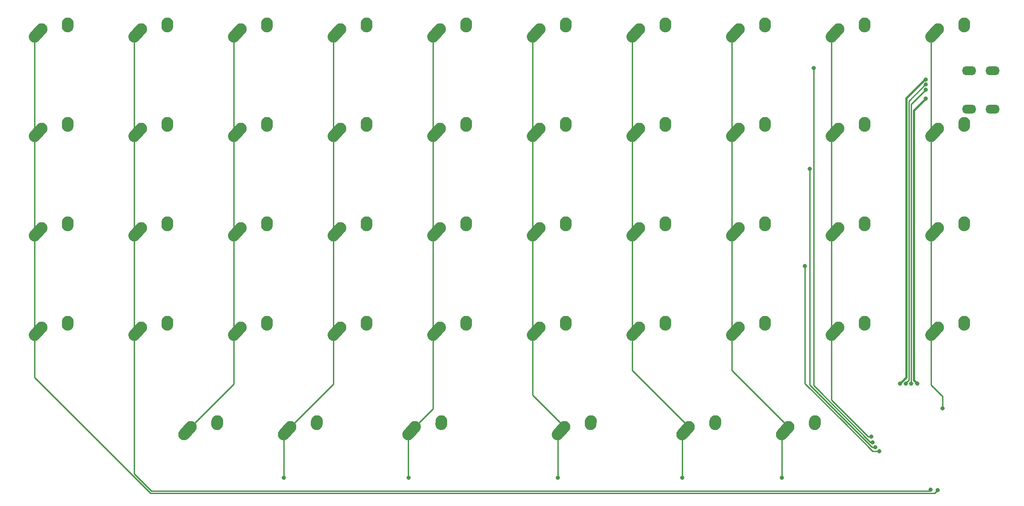
<source format=gtl>
%TF.GenerationSoftware,KiCad,Pcbnew,(5.1.12)-1*%
%TF.CreationDate,2021-12-29T23:43:14-05:00*%
%TF.ProjectId,my-keeb,6d792d6b-6565-4622-9e6b-696361645f70,rev?*%
%TF.SameCoordinates,Original*%
%TF.FileFunction,Copper,L1,Top*%
%TF.FilePolarity,Positive*%
%FSLAX46Y46*%
G04 Gerber Fmt 4.6, Leading zero omitted, Abs format (unit mm)*
G04 Created by KiCad (PCBNEW (5.1.12)-1) date 2021-12-29 23:43:14*
%MOMM*%
%LPD*%
G01*
G04 APERTURE LIST*
%TA.AperFunction,ComponentPad*%
%ADD10O,2.700000X1.700000*%
%TD*%
%TA.AperFunction,ComponentPad*%
%ADD11C,2.250000*%
%TD*%
%TA.AperFunction,ViaPad*%
%ADD12C,0.800000*%
%TD*%
%TA.AperFunction,Conductor*%
%ADD13C,0.381000*%
%TD*%
%TA.AperFunction,Conductor*%
%ADD14C,0.254000*%
%TD*%
G04 APERTURE END LIST*
D10*
%TO.P,USB1,6*%
%TO.N,Net-(USB1-Pad6)*%
X201604000Y-26228000D03*
X201604000Y-33528000D03*
X197104000Y-33528000D03*
X197104000Y-26228000D03*
%TD*%
D11*
%TO.P,MX46,1*%
%TO.N,COL9*%
X191175000Y-75375000D03*
%TA.AperFunction,ComponentPad*%
G36*
G01*
X189113688Y-77672350D02*
X189113683Y-77672345D01*
G75*
G02*
X189027655Y-76083683I751317J837345D01*
G01*
X190337657Y-74623683D01*
G75*
G02*
X191926319Y-74537655I837345J-751317D01*
G01*
X191926319Y-74537655D01*
G75*
G02*
X192012347Y-76126317I-751317J-837345D01*
G01*
X190702345Y-77586317D01*
G75*
G02*
X189113683Y-77672345I-837345J751317D01*
G01*
G37*
%TD.AperFunction*%
%TO.P,MX46,2*%
%TO.N,Net-(D46-Pad2)*%
X196215000Y-74295000D03*
%TA.AperFunction,ComponentPad*%
G36*
G01*
X196098483Y-75997395D02*
X196097597Y-75997334D01*
G75*
G02*
X195052666Y-74797597I77403J1122334D01*
G01*
X195092666Y-74217597D01*
G75*
G02*
X196292403Y-73172666I1122334J-77403D01*
G01*
X196292403Y-73172666D01*
G75*
G02*
X197337334Y-74372403I-77403J-1122334D01*
G01*
X197297334Y-74952403D01*
G75*
G02*
X196097597Y-75997334I-1122334J77403D01*
G01*
G37*
%TD.AperFunction*%
%TD*%
%TO.P,MX45,1*%
%TO.N,COL9*%
X191175000Y-56325000D03*
%TA.AperFunction,ComponentPad*%
G36*
G01*
X189113688Y-58622350D02*
X189113683Y-58622345D01*
G75*
G02*
X189027655Y-57033683I751317J837345D01*
G01*
X190337657Y-55573683D01*
G75*
G02*
X191926319Y-55487655I837345J-751317D01*
G01*
X191926319Y-55487655D01*
G75*
G02*
X192012347Y-57076317I-751317J-837345D01*
G01*
X190702345Y-58536317D01*
G75*
G02*
X189113683Y-58622345I-837345J751317D01*
G01*
G37*
%TD.AperFunction*%
%TO.P,MX45,2*%
%TO.N,Net-(D45-Pad2)*%
X196215000Y-55245000D03*
%TA.AperFunction,ComponentPad*%
G36*
G01*
X196098483Y-56947395D02*
X196097597Y-56947334D01*
G75*
G02*
X195052666Y-55747597I77403J1122334D01*
G01*
X195092666Y-55167597D01*
G75*
G02*
X196292403Y-54122666I1122334J-77403D01*
G01*
X196292403Y-54122666D01*
G75*
G02*
X197337334Y-55322403I-77403J-1122334D01*
G01*
X197297334Y-55902403D01*
G75*
G02*
X196097597Y-56947334I-1122334J77403D01*
G01*
G37*
%TD.AperFunction*%
%TD*%
%TO.P,MX44,1*%
%TO.N,COL9*%
X191175000Y-37275000D03*
%TA.AperFunction,ComponentPad*%
G36*
G01*
X189113688Y-39572350D02*
X189113683Y-39572345D01*
G75*
G02*
X189027655Y-37983683I751317J837345D01*
G01*
X190337657Y-36523683D01*
G75*
G02*
X191926319Y-36437655I837345J-751317D01*
G01*
X191926319Y-36437655D01*
G75*
G02*
X192012347Y-38026317I-751317J-837345D01*
G01*
X190702345Y-39486317D01*
G75*
G02*
X189113683Y-39572345I-837345J751317D01*
G01*
G37*
%TD.AperFunction*%
%TO.P,MX44,2*%
%TO.N,Net-(D44-Pad2)*%
X196215000Y-36195000D03*
%TA.AperFunction,ComponentPad*%
G36*
G01*
X196098483Y-37897395D02*
X196097597Y-37897334D01*
G75*
G02*
X195052666Y-36697597I77403J1122334D01*
G01*
X195092666Y-36117597D01*
G75*
G02*
X196292403Y-35072666I1122334J-77403D01*
G01*
X196292403Y-35072666D01*
G75*
G02*
X197337334Y-36272403I-77403J-1122334D01*
G01*
X197297334Y-36852403D01*
G75*
G02*
X196097597Y-37897334I-1122334J77403D01*
G01*
G37*
%TD.AperFunction*%
%TD*%
%TO.P,MX43,1*%
%TO.N,COL9*%
X191175000Y-18225000D03*
%TA.AperFunction,ComponentPad*%
G36*
G01*
X189113688Y-20522350D02*
X189113683Y-20522345D01*
G75*
G02*
X189027655Y-18933683I751317J837345D01*
G01*
X190337657Y-17473683D01*
G75*
G02*
X191926319Y-17387655I837345J-751317D01*
G01*
X191926319Y-17387655D01*
G75*
G02*
X192012347Y-18976317I-751317J-837345D01*
G01*
X190702345Y-20436317D01*
G75*
G02*
X189113683Y-20522345I-837345J751317D01*
G01*
G37*
%TD.AperFunction*%
%TO.P,MX43,2*%
%TO.N,Net-(D43-Pad2)*%
X196215000Y-17145000D03*
%TA.AperFunction,ComponentPad*%
G36*
G01*
X196098483Y-18847395D02*
X196097597Y-18847334D01*
G75*
G02*
X195052666Y-17647597I77403J1122334D01*
G01*
X195092666Y-17067597D01*
G75*
G02*
X196292403Y-16022666I1122334J-77403D01*
G01*
X196292403Y-16022666D01*
G75*
G02*
X197337334Y-17222403I-77403J-1122334D01*
G01*
X197297334Y-17802403D01*
G75*
G02*
X196097597Y-18847334I-1122334J77403D01*
G01*
G37*
%TD.AperFunction*%
%TD*%
%TO.P,MX42,1*%
%TO.N,COL8*%
X172125000Y-75375000D03*
%TA.AperFunction,ComponentPad*%
G36*
G01*
X170063688Y-77672350D02*
X170063683Y-77672345D01*
G75*
G02*
X169977655Y-76083683I751317J837345D01*
G01*
X171287657Y-74623683D01*
G75*
G02*
X172876319Y-74537655I837345J-751317D01*
G01*
X172876319Y-74537655D01*
G75*
G02*
X172962347Y-76126317I-751317J-837345D01*
G01*
X171652345Y-77586317D01*
G75*
G02*
X170063683Y-77672345I-837345J751317D01*
G01*
G37*
%TD.AperFunction*%
%TO.P,MX42,2*%
%TO.N,Net-(D42-Pad2)*%
X177165000Y-74295000D03*
%TA.AperFunction,ComponentPad*%
G36*
G01*
X177048483Y-75997395D02*
X177047597Y-75997334D01*
G75*
G02*
X176002666Y-74797597I77403J1122334D01*
G01*
X176042666Y-74217597D01*
G75*
G02*
X177242403Y-73172666I1122334J-77403D01*
G01*
X177242403Y-73172666D01*
G75*
G02*
X178287334Y-74372403I-77403J-1122334D01*
G01*
X178247334Y-74952403D01*
G75*
G02*
X177047597Y-75997334I-1122334J77403D01*
G01*
G37*
%TD.AperFunction*%
%TD*%
%TO.P,MX41,1*%
%TO.N,COL8*%
X172125000Y-56325000D03*
%TA.AperFunction,ComponentPad*%
G36*
G01*
X170063688Y-58622350D02*
X170063683Y-58622345D01*
G75*
G02*
X169977655Y-57033683I751317J837345D01*
G01*
X171287657Y-55573683D01*
G75*
G02*
X172876319Y-55487655I837345J-751317D01*
G01*
X172876319Y-55487655D01*
G75*
G02*
X172962347Y-57076317I-751317J-837345D01*
G01*
X171652345Y-58536317D01*
G75*
G02*
X170063683Y-58622345I-837345J751317D01*
G01*
G37*
%TD.AperFunction*%
%TO.P,MX41,2*%
%TO.N,Net-(D41-Pad2)*%
X177165000Y-55245000D03*
%TA.AperFunction,ComponentPad*%
G36*
G01*
X177048483Y-56947395D02*
X177047597Y-56947334D01*
G75*
G02*
X176002666Y-55747597I77403J1122334D01*
G01*
X176042666Y-55167597D01*
G75*
G02*
X177242403Y-54122666I1122334J-77403D01*
G01*
X177242403Y-54122666D01*
G75*
G02*
X178287334Y-55322403I-77403J-1122334D01*
G01*
X178247334Y-55902403D01*
G75*
G02*
X177047597Y-56947334I-1122334J77403D01*
G01*
G37*
%TD.AperFunction*%
%TD*%
%TO.P,MX40,1*%
%TO.N,COL8*%
X172125000Y-37275000D03*
%TA.AperFunction,ComponentPad*%
G36*
G01*
X170063688Y-39572350D02*
X170063683Y-39572345D01*
G75*
G02*
X169977655Y-37983683I751317J837345D01*
G01*
X171287657Y-36523683D01*
G75*
G02*
X172876319Y-36437655I837345J-751317D01*
G01*
X172876319Y-36437655D01*
G75*
G02*
X172962347Y-38026317I-751317J-837345D01*
G01*
X171652345Y-39486317D01*
G75*
G02*
X170063683Y-39572345I-837345J751317D01*
G01*
G37*
%TD.AperFunction*%
%TO.P,MX40,2*%
%TO.N,Net-(D40-Pad2)*%
X177165000Y-36195000D03*
%TA.AperFunction,ComponentPad*%
G36*
G01*
X177048483Y-37897395D02*
X177047597Y-37897334D01*
G75*
G02*
X176002666Y-36697597I77403J1122334D01*
G01*
X176042666Y-36117597D01*
G75*
G02*
X177242403Y-35072666I1122334J-77403D01*
G01*
X177242403Y-35072666D01*
G75*
G02*
X178287334Y-36272403I-77403J-1122334D01*
G01*
X178247334Y-36852403D01*
G75*
G02*
X177047597Y-37897334I-1122334J77403D01*
G01*
G37*
%TD.AperFunction*%
%TD*%
%TO.P,MX39,1*%
%TO.N,COL8*%
X172125000Y-18225000D03*
%TA.AperFunction,ComponentPad*%
G36*
G01*
X170063688Y-20522350D02*
X170063683Y-20522345D01*
G75*
G02*
X169977655Y-18933683I751317J837345D01*
G01*
X171287657Y-17473683D01*
G75*
G02*
X172876319Y-17387655I837345J-751317D01*
G01*
X172876319Y-17387655D01*
G75*
G02*
X172962347Y-18976317I-751317J-837345D01*
G01*
X171652345Y-20436317D01*
G75*
G02*
X170063683Y-20522345I-837345J751317D01*
G01*
G37*
%TD.AperFunction*%
%TO.P,MX39,2*%
%TO.N,Net-(D39-Pad2)*%
X177165000Y-17145000D03*
%TA.AperFunction,ComponentPad*%
G36*
G01*
X177048483Y-18847395D02*
X177047597Y-18847334D01*
G75*
G02*
X176002666Y-17647597I77403J1122334D01*
G01*
X176042666Y-17067597D01*
G75*
G02*
X177242403Y-16022666I1122334J-77403D01*
G01*
X177242403Y-16022666D01*
G75*
G02*
X178287334Y-17222403I-77403J-1122334D01*
G01*
X178247334Y-17802403D01*
G75*
G02*
X177047597Y-18847334I-1122334J77403D01*
G01*
G37*
%TD.AperFunction*%
%TD*%
%TO.P,MX38,1*%
%TO.N,COL7*%
X162600000Y-94425000D03*
%TA.AperFunction,ComponentPad*%
G36*
G01*
X160538688Y-96722350D02*
X160538683Y-96722345D01*
G75*
G02*
X160452655Y-95133683I751317J837345D01*
G01*
X161762657Y-93673683D01*
G75*
G02*
X163351319Y-93587655I837345J-751317D01*
G01*
X163351319Y-93587655D01*
G75*
G02*
X163437347Y-95176317I-751317J-837345D01*
G01*
X162127345Y-96636317D01*
G75*
G02*
X160538683Y-96722345I-837345J751317D01*
G01*
G37*
%TD.AperFunction*%
%TO.P,MX38,2*%
%TO.N,Net-(D38-Pad2)*%
X167640000Y-93345000D03*
%TA.AperFunction,ComponentPad*%
G36*
G01*
X167523483Y-95047395D02*
X167522597Y-95047334D01*
G75*
G02*
X166477666Y-93847597I77403J1122334D01*
G01*
X166517666Y-93267597D01*
G75*
G02*
X167717403Y-92222666I1122334J-77403D01*
G01*
X167717403Y-92222666D01*
G75*
G02*
X168762334Y-93422403I-77403J-1122334D01*
G01*
X168722334Y-94002403D01*
G75*
G02*
X167522597Y-95047334I-1122334J77403D01*
G01*
G37*
%TD.AperFunction*%
%TD*%
%TO.P,MX37,1*%
%TO.N,COL7*%
X153075000Y-75375000D03*
%TA.AperFunction,ComponentPad*%
G36*
G01*
X151013688Y-77672350D02*
X151013683Y-77672345D01*
G75*
G02*
X150927655Y-76083683I751317J837345D01*
G01*
X152237657Y-74623683D01*
G75*
G02*
X153826319Y-74537655I837345J-751317D01*
G01*
X153826319Y-74537655D01*
G75*
G02*
X153912347Y-76126317I-751317J-837345D01*
G01*
X152602345Y-77586317D01*
G75*
G02*
X151013683Y-77672345I-837345J751317D01*
G01*
G37*
%TD.AperFunction*%
%TO.P,MX37,2*%
%TO.N,Net-(D37-Pad2)*%
X158115000Y-74295000D03*
%TA.AperFunction,ComponentPad*%
G36*
G01*
X157998483Y-75997395D02*
X157997597Y-75997334D01*
G75*
G02*
X156952666Y-74797597I77403J1122334D01*
G01*
X156992666Y-74217597D01*
G75*
G02*
X158192403Y-73172666I1122334J-77403D01*
G01*
X158192403Y-73172666D01*
G75*
G02*
X159237334Y-74372403I-77403J-1122334D01*
G01*
X159197334Y-74952403D01*
G75*
G02*
X157997597Y-75997334I-1122334J77403D01*
G01*
G37*
%TD.AperFunction*%
%TD*%
%TO.P,MX36,1*%
%TO.N,COL7*%
X153075000Y-56325000D03*
%TA.AperFunction,ComponentPad*%
G36*
G01*
X151013688Y-58622350D02*
X151013683Y-58622345D01*
G75*
G02*
X150927655Y-57033683I751317J837345D01*
G01*
X152237657Y-55573683D01*
G75*
G02*
X153826319Y-55487655I837345J-751317D01*
G01*
X153826319Y-55487655D01*
G75*
G02*
X153912347Y-57076317I-751317J-837345D01*
G01*
X152602345Y-58536317D01*
G75*
G02*
X151013683Y-58622345I-837345J751317D01*
G01*
G37*
%TD.AperFunction*%
%TO.P,MX36,2*%
%TO.N,Net-(D36-Pad2)*%
X158115000Y-55245000D03*
%TA.AperFunction,ComponentPad*%
G36*
G01*
X157998483Y-56947395D02*
X157997597Y-56947334D01*
G75*
G02*
X156952666Y-55747597I77403J1122334D01*
G01*
X156992666Y-55167597D01*
G75*
G02*
X158192403Y-54122666I1122334J-77403D01*
G01*
X158192403Y-54122666D01*
G75*
G02*
X159237334Y-55322403I-77403J-1122334D01*
G01*
X159197334Y-55902403D01*
G75*
G02*
X157997597Y-56947334I-1122334J77403D01*
G01*
G37*
%TD.AperFunction*%
%TD*%
%TO.P,MX35,1*%
%TO.N,COL7*%
X153075000Y-37275000D03*
%TA.AperFunction,ComponentPad*%
G36*
G01*
X151013688Y-39572350D02*
X151013683Y-39572345D01*
G75*
G02*
X150927655Y-37983683I751317J837345D01*
G01*
X152237657Y-36523683D01*
G75*
G02*
X153826319Y-36437655I837345J-751317D01*
G01*
X153826319Y-36437655D01*
G75*
G02*
X153912347Y-38026317I-751317J-837345D01*
G01*
X152602345Y-39486317D01*
G75*
G02*
X151013683Y-39572345I-837345J751317D01*
G01*
G37*
%TD.AperFunction*%
%TO.P,MX35,2*%
%TO.N,Net-(D35-Pad2)*%
X158115000Y-36195000D03*
%TA.AperFunction,ComponentPad*%
G36*
G01*
X157998483Y-37897395D02*
X157997597Y-37897334D01*
G75*
G02*
X156952666Y-36697597I77403J1122334D01*
G01*
X156992666Y-36117597D01*
G75*
G02*
X158192403Y-35072666I1122334J-77403D01*
G01*
X158192403Y-35072666D01*
G75*
G02*
X159237334Y-36272403I-77403J-1122334D01*
G01*
X159197334Y-36852403D01*
G75*
G02*
X157997597Y-37897334I-1122334J77403D01*
G01*
G37*
%TD.AperFunction*%
%TD*%
%TO.P,MX34,1*%
%TO.N,COL7*%
X153075000Y-18225000D03*
%TA.AperFunction,ComponentPad*%
G36*
G01*
X151013688Y-20522350D02*
X151013683Y-20522345D01*
G75*
G02*
X150927655Y-18933683I751317J837345D01*
G01*
X152237657Y-17473683D01*
G75*
G02*
X153826319Y-17387655I837345J-751317D01*
G01*
X153826319Y-17387655D01*
G75*
G02*
X153912347Y-18976317I-751317J-837345D01*
G01*
X152602345Y-20436317D01*
G75*
G02*
X151013683Y-20522345I-837345J751317D01*
G01*
G37*
%TD.AperFunction*%
%TO.P,MX34,2*%
%TO.N,Net-(D34-Pad2)*%
X158115000Y-17145000D03*
%TA.AperFunction,ComponentPad*%
G36*
G01*
X157998483Y-18847395D02*
X157997597Y-18847334D01*
G75*
G02*
X156952666Y-17647597I77403J1122334D01*
G01*
X156992666Y-17067597D01*
G75*
G02*
X158192403Y-16022666I1122334J-77403D01*
G01*
X158192403Y-16022666D01*
G75*
G02*
X159237334Y-17222403I-77403J-1122334D01*
G01*
X159197334Y-17802403D01*
G75*
G02*
X157997597Y-18847334I-1122334J77403D01*
G01*
G37*
%TD.AperFunction*%
%TD*%
%TO.P,MX33,1*%
%TO.N,COL6*%
X143550000Y-94425000D03*
%TA.AperFunction,ComponentPad*%
G36*
G01*
X141488688Y-96722350D02*
X141488683Y-96722345D01*
G75*
G02*
X141402655Y-95133683I751317J837345D01*
G01*
X142712657Y-93673683D01*
G75*
G02*
X144301319Y-93587655I837345J-751317D01*
G01*
X144301319Y-93587655D01*
G75*
G02*
X144387347Y-95176317I-751317J-837345D01*
G01*
X143077345Y-96636317D01*
G75*
G02*
X141488683Y-96722345I-837345J751317D01*
G01*
G37*
%TD.AperFunction*%
%TO.P,MX33,2*%
%TO.N,Net-(D33-Pad2)*%
X148590000Y-93345000D03*
%TA.AperFunction,ComponentPad*%
G36*
G01*
X148473483Y-95047395D02*
X148472597Y-95047334D01*
G75*
G02*
X147427666Y-93847597I77403J1122334D01*
G01*
X147467666Y-93267597D01*
G75*
G02*
X148667403Y-92222666I1122334J-77403D01*
G01*
X148667403Y-92222666D01*
G75*
G02*
X149712334Y-93422403I-77403J-1122334D01*
G01*
X149672334Y-94002403D01*
G75*
G02*
X148472597Y-95047334I-1122334J77403D01*
G01*
G37*
%TD.AperFunction*%
%TD*%
%TO.P,MX32,1*%
%TO.N,COL6*%
X134025000Y-75375000D03*
%TA.AperFunction,ComponentPad*%
G36*
G01*
X131963688Y-77672350D02*
X131963683Y-77672345D01*
G75*
G02*
X131877655Y-76083683I751317J837345D01*
G01*
X133187657Y-74623683D01*
G75*
G02*
X134776319Y-74537655I837345J-751317D01*
G01*
X134776319Y-74537655D01*
G75*
G02*
X134862347Y-76126317I-751317J-837345D01*
G01*
X133552345Y-77586317D01*
G75*
G02*
X131963683Y-77672345I-837345J751317D01*
G01*
G37*
%TD.AperFunction*%
%TO.P,MX32,2*%
%TO.N,Net-(D32-Pad2)*%
X139065000Y-74295000D03*
%TA.AperFunction,ComponentPad*%
G36*
G01*
X138948483Y-75997395D02*
X138947597Y-75997334D01*
G75*
G02*
X137902666Y-74797597I77403J1122334D01*
G01*
X137942666Y-74217597D01*
G75*
G02*
X139142403Y-73172666I1122334J-77403D01*
G01*
X139142403Y-73172666D01*
G75*
G02*
X140187334Y-74372403I-77403J-1122334D01*
G01*
X140147334Y-74952403D01*
G75*
G02*
X138947597Y-75997334I-1122334J77403D01*
G01*
G37*
%TD.AperFunction*%
%TD*%
%TO.P,MX31,1*%
%TO.N,COL6*%
X134025000Y-56325000D03*
%TA.AperFunction,ComponentPad*%
G36*
G01*
X131963688Y-58622350D02*
X131963683Y-58622345D01*
G75*
G02*
X131877655Y-57033683I751317J837345D01*
G01*
X133187657Y-55573683D01*
G75*
G02*
X134776319Y-55487655I837345J-751317D01*
G01*
X134776319Y-55487655D01*
G75*
G02*
X134862347Y-57076317I-751317J-837345D01*
G01*
X133552345Y-58536317D01*
G75*
G02*
X131963683Y-58622345I-837345J751317D01*
G01*
G37*
%TD.AperFunction*%
%TO.P,MX31,2*%
%TO.N,Net-(D31-Pad2)*%
X139065000Y-55245000D03*
%TA.AperFunction,ComponentPad*%
G36*
G01*
X138948483Y-56947395D02*
X138947597Y-56947334D01*
G75*
G02*
X137902666Y-55747597I77403J1122334D01*
G01*
X137942666Y-55167597D01*
G75*
G02*
X139142403Y-54122666I1122334J-77403D01*
G01*
X139142403Y-54122666D01*
G75*
G02*
X140187334Y-55322403I-77403J-1122334D01*
G01*
X140147334Y-55902403D01*
G75*
G02*
X138947597Y-56947334I-1122334J77403D01*
G01*
G37*
%TD.AperFunction*%
%TD*%
%TO.P,MX30,1*%
%TO.N,COL6*%
X134025000Y-37275000D03*
%TA.AperFunction,ComponentPad*%
G36*
G01*
X131963688Y-39572350D02*
X131963683Y-39572345D01*
G75*
G02*
X131877655Y-37983683I751317J837345D01*
G01*
X133187657Y-36523683D01*
G75*
G02*
X134776319Y-36437655I837345J-751317D01*
G01*
X134776319Y-36437655D01*
G75*
G02*
X134862347Y-38026317I-751317J-837345D01*
G01*
X133552345Y-39486317D01*
G75*
G02*
X131963683Y-39572345I-837345J751317D01*
G01*
G37*
%TD.AperFunction*%
%TO.P,MX30,2*%
%TO.N,Net-(D30-Pad2)*%
X139065000Y-36195000D03*
%TA.AperFunction,ComponentPad*%
G36*
G01*
X138948483Y-37897395D02*
X138947597Y-37897334D01*
G75*
G02*
X137902666Y-36697597I77403J1122334D01*
G01*
X137942666Y-36117597D01*
G75*
G02*
X139142403Y-35072666I1122334J-77403D01*
G01*
X139142403Y-35072666D01*
G75*
G02*
X140187334Y-36272403I-77403J-1122334D01*
G01*
X140147334Y-36852403D01*
G75*
G02*
X138947597Y-37897334I-1122334J77403D01*
G01*
G37*
%TD.AperFunction*%
%TD*%
%TO.P,MX29,1*%
%TO.N,COL6*%
X134025000Y-18225000D03*
%TA.AperFunction,ComponentPad*%
G36*
G01*
X131963688Y-20522350D02*
X131963683Y-20522345D01*
G75*
G02*
X131877655Y-18933683I751317J837345D01*
G01*
X133187657Y-17473683D01*
G75*
G02*
X134776319Y-17387655I837345J-751317D01*
G01*
X134776319Y-17387655D01*
G75*
G02*
X134862347Y-18976317I-751317J-837345D01*
G01*
X133552345Y-20436317D01*
G75*
G02*
X131963683Y-20522345I-837345J751317D01*
G01*
G37*
%TD.AperFunction*%
%TO.P,MX29,2*%
%TO.N,Net-(D29-Pad2)*%
X139065000Y-17145000D03*
%TA.AperFunction,ComponentPad*%
G36*
G01*
X138948483Y-18847395D02*
X138947597Y-18847334D01*
G75*
G02*
X137902666Y-17647597I77403J1122334D01*
G01*
X137942666Y-17067597D01*
G75*
G02*
X139142403Y-16022666I1122334J-77403D01*
G01*
X139142403Y-16022666D01*
G75*
G02*
X140187334Y-17222403I-77403J-1122334D01*
G01*
X140147334Y-17802403D01*
G75*
G02*
X138947597Y-18847334I-1122334J77403D01*
G01*
G37*
%TD.AperFunction*%
%TD*%
%TO.P,MX28,1*%
%TO.N,COL5*%
X119737500Y-94425000D03*
%TA.AperFunction,ComponentPad*%
G36*
G01*
X117676188Y-96722350D02*
X117676183Y-96722345D01*
G75*
G02*
X117590155Y-95133683I751317J837345D01*
G01*
X118900157Y-93673683D01*
G75*
G02*
X120488819Y-93587655I837345J-751317D01*
G01*
X120488819Y-93587655D01*
G75*
G02*
X120574847Y-95176317I-751317J-837345D01*
G01*
X119264845Y-96636317D01*
G75*
G02*
X117676183Y-96722345I-837345J751317D01*
G01*
G37*
%TD.AperFunction*%
%TO.P,MX28,2*%
%TO.N,Net-(D28-Pad2)*%
X124777500Y-93345000D03*
%TA.AperFunction,ComponentPad*%
G36*
G01*
X124660983Y-95047395D02*
X124660097Y-95047334D01*
G75*
G02*
X123615166Y-93847597I77403J1122334D01*
G01*
X123655166Y-93267597D01*
G75*
G02*
X124854903Y-92222666I1122334J-77403D01*
G01*
X124854903Y-92222666D01*
G75*
G02*
X125899834Y-93422403I-77403J-1122334D01*
G01*
X125859834Y-94002403D01*
G75*
G02*
X124660097Y-95047334I-1122334J77403D01*
G01*
G37*
%TD.AperFunction*%
%TD*%
%TO.P,MX27,1*%
%TO.N,COL5*%
X114975000Y-75375000D03*
%TA.AperFunction,ComponentPad*%
G36*
G01*
X112913688Y-77672350D02*
X112913683Y-77672345D01*
G75*
G02*
X112827655Y-76083683I751317J837345D01*
G01*
X114137657Y-74623683D01*
G75*
G02*
X115726319Y-74537655I837345J-751317D01*
G01*
X115726319Y-74537655D01*
G75*
G02*
X115812347Y-76126317I-751317J-837345D01*
G01*
X114502345Y-77586317D01*
G75*
G02*
X112913683Y-77672345I-837345J751317D01*
G01*
G37*
%TD.AperFunction*%
%TO.P,MX27,2*%
%TO.N,Net-(D27-Pad2)*%
X120015000Y-74295000D03*
%TA.AperFunction,ComponentPad*%
G36*
G01*
X119898483Y-75997395D02*
X119897597Y-75997334D01*
G75*
G02*
X118852666Y-74797597I77403J1122334D01*
G01*
X118892666Y-74217597D01*
G75*
G02*
X120092403Y-73172666I1122334J-77403D01*
G01*
X120092403Y-73172666D01*
G75*
G02*
X121137334Y-74372403I-77403J-1122334D01*
G01*
X121097334Y-74952403D01*
G75*
G02*
X119897597Y-75997334I-1122334J77403D01*
G01*
G37*
%TD.AperFunction*%
%TD*%
%TO.P,MX26,1*%
%TO.N,COL5*%
X114975000Y-56325000D03*
%TA.AperFunction,ComponentPad*%
G36*
G01*
X112913688Y-58622350D02*
X112913683Y-58622345D01*
G75*
G02*
X112827655Y-57033683I751317J837345D01*
G01*
X114137657Y-55573683D01*
G75*
G02*
X115726319Y-55487655I837345J-751317D01*
G01*
X115726319Y-55487655D01*
G75*
G02*
X115812347Y-57076317I-751317J-837345D01*
G01*
X114502345Y-58536317D01*
G75*
G02*
X112913683Y-58622345I-837345J751317D01*
G01*
G37*
%TD.AperFunction*%
%TO.P,MX26,2*%
%TO.N,Net-(D26-Pad2)*%
X120015000Y-55245000D03*
%TA.AperFunction,ComponentPad*%
G36*
G01*
X119898483Y-56947395D02*
X119897597Y-56947334D01*
G75*
G02*
X118852666Y-55747597I77403J1122334D01*
G01*
X118892666Y-55167597D01*
G75*
G02*
X120092403Y-54122666I1122334J-77403D01*
G01*
X120092403Y-54122666D01*
G75*
G02*
X121137334Y-55322403I-77403J-1122334D01*
G01*
X121097334Y-55902403D01*
G75*
G02*
X119897597Y-56947334I-1122334J77403D01*
G01*
G37*
%TD.AperFunction*%
%TD*%
%TO.P,MX25,1*%
%TO.N,COL5*%
X114975000Y-37275000D03*
%TA.AperFunction,ComponentPad*%
G36*
G01*
X112913688Y-39572350D02*
X112913683Y-39572345D01*
G75*
G02*
X112827655Y-37983683I751317J837345D01*
G01*
X114137657Y-36523683D01*
G75*
G02*
X115726319Y-36437655I837345J-751317D01*
G01*
X115726319Y-36437655D01*
G75*
G02*
X115812347Y-38026317I-751317J-837345D01*
G01*
X114502345Y-39486317D01*
G75*
G02*
X112913683Y-39572345I-837345J751317D01*
G01*
G37*
%TD.AperFunction*%
%TO.P,MX25,2*%
%TO.N,Net-(D25-Pad2)*%
X120015000Y-36195000D03*
%TA.AperFunction,ComponentPad*%
G36*
G01*
X119898483Y-37897395D02*
X119897597Y-37897334D01*
G75*
G02*
X118852666Y-36697597I77403J1122334D01*
G01*
X118892666Y-36117597D01*
G75*
G02*
X120092403Y-35072666I1122334J-77403D01*
G01*
X120092403Y-35072666D01*
G75*
G02*
X121137334Y-36272403I-77403J-1122334D01*
G01*
X121097334Y-36852403D01*
G75*
G02*
X119897597Y-37897334I-1122334J77403D01*
G01*
G37*
%TD.AperFunction*%
%TD*%
%TO.P,MX24,1*%
%TO.N,COL5*%
X114975000Y-18225000D03*
%TA.AperFunction,ComponentPad*%
G36*
G01*
X112913688Y-20522350D02*
X112913683Y-20522345D01*
G75*
G02*
X112827655Y-18933683I751317J837345D01*
G01*
X114137657Y-17473683D01*
G75*
G02*
X115726319Y-17387655I837345J-751317D01*
G01*
X115726319Y-17387655D01*
G75*
G02*
X115812347Y-18976317I-751317J-837345D01*
G01*
X114502345Y-20436317D01*
G75*
G02*
X112913683Y-20522345I-837345J751317D01*
G01*
G37*
%TD.AperFunction*%
%TO.P,MX24,2*%
%TO.N,Net-(D24-Pad2)*%
X120015000Y-17145000D03*
%TA.AperFunction,ComponentPad*%
G36*
G01*
X119898483Y-18847395D02*
X119897597Y-18847334D01*
G75*
G02*
X118852666Y-17647597I77403J1122334D01*
G01*
X118892666Y-17067597D01*
G75*
G02*
X120092403Y-16022666I1122334J-77403D01*
G01*
X120092403Y-16022666D01*
G75*
G02*
X121137334Y-17222403I-77403J-1122334D01*
G01*
X121097334Y-17802403D01*
G75*
G02*
X119897597Y-18847334I-1122334J77403D01*
G01*
G37*
%TD.AperFunction*%
%TD*%
%TO.P,MX23,1*%
%TO.N,COL4*%
X91162500Y-94425000D03*
%TA.AperFunction,ComponentPad*%
G36*
G01*
X89101188Y-96722350D02*
X89101183Y-96722345D01*
G75*
G02*
X89015155Y-95133683I751317J837345D01*
G01*
X90325157Y-93673683D01*
G75*
G02*
X91913819Y-93587655I837345J-751317D01*
G01*
X91913819Y-93587655D01*
G75*
G02*
X91999847Y-95176317I-751317J-837345D01*
G01*
X90689845Y-96636317D01*
G75*
G02*
X89101183Y-96722345I-837345J751317D01*
G01*
G37*
%TD.AperFunction*%
%TO.P,MX23,2*%
%TO.N,Net-(D23-Pad2)*%
X96202500Y-93345000D03*
%TA.AperFunction,ComponentPad*%
G36*
G01*
X96085983Y-95047395D02*
X96085097Y-95047334D01*
G75*
G02*
X95040166Y-93847597I77403J1122334D01*
G01*
X95080166Y-93267597D01*
G75*
G02*
X96279903Y-92222666I1122334J-77403D01*
G01*
X96279903Y-92222666D01*
G75*
G02*
X97324834Y-93422403I-77403J-1122334D01*
G01*
X97284834Y-94002403D01*
G75*
G02*
X96085097Y-95047334I-1122334J77403D01*
G01*
G37*
%TD.AperFunction*%
%TD*%
%TO.P,MX22,1*%
%TO.N,COL4*%
X95925000Y-75375000D03*
%TA.AperFunction,ComponentPad*%
G36*
G01*
X93863688Y-77672350D02*
X93863683Y-77672345D01*
G75*
G02*
X93777655Y-76083683I751317J837345D01*
G01*
X95087657Y-74623683D01*
G75*
G02*
X96676319Y-74537655I837345J-751317D01*
G01*
X96676319Y-74537655D01*
G75*
G02*
X96762347Y-76126317I-751317J-837345D01*
G01*
X95452345Y-77586317D01*
G75*
G02*
X93863683Y-77672345I-837345J751317D01*
G01*
G37*
%TD.AperFunction*%
%TO.P,MX22,2*%
%TO.N,Net-(D22-Pad2)*%
X100965000Y-74295000D03*
%TA.AperFunction,ComponentPad*%
G36*
G01*
X100848483Y-75997395D02*
X100847597Y-75997334D01*
G75*
G02*
X99802666Y-74797597I77403J1122334D01*
G01*
X99842666Y-74217597D01*
G75*
G02*
X101042403Y-73172666I1122334J-77403D01*
G01*
X101042403Y-73172666D01*
G75*
G02*
X102087334Y-74372403I-77403J-1122334D01*
G01*
X102047334Y-74952403D01*
G75*
G02*
X100847597Y-75997334I-1122334J77403D01*
G01*
G37*
%TD.AperFunction*%
%TD*%
%TO.P,MX21,1*%
%TO.N,COL4*%
X95925000Y-56325000D03*
%TA.AperFunction,ComponentPad*%
G36*
G01*
X93863688Y-58622350D02*
X93863683Y-58622345D01*
G75*
G02*
X93777655Y-57033683I751317J837345D01*
G01*
X95087657Y-55573683D01*
G75*
G02*
X96676319Y-55487655I837345J-751317D01*
G01*
X96676319Y-55487655D01*
G75*
G02*
X96762347Y-57076317I-751317J-837345D01*
G01*
X95452345Y-58536317D01*
G75*
G02*
X93863683Y-58622345I-837345J751317D01*
G01*
G37*
%TD.AperFunction*%
%TO.P,MX21,2*%
%TO.N,Net-(D21-Pad2)*%
X100965000Y-55245000D03*
%TA.AperFunction,ComponentPad*%
G36*
G01*
X100848483Y-56947395D02*
X100847597Y-56947334D01*
G75*
G02*
X99802666Y-55747597I77403J1122334D01*
G01*
X99842666Y-55167597D01*
G75*
G02*
X101042403Y-54122666I1122334J-77403D01*
G01*
X101042403Y-54122666D01*
G75*
G02*
X102087334Y-55322403I-77403J-1122334D01*
G01*
X102047334Y-55902403D01*
G75*
G02*
X100847597Y-56947334I-1122334J77403D01*
G01*
G37*
%TD.AperFunction*%
%TD*%
%TO.P,MX20,1*%
%TO.N,COL4*%
X95925000Y-37275000D03*
%TA.AperFunction,ComponentPad*%
G36*
G01*
X93863688Y-39572350D02*
X93863683Y-39572345D01*
G75*
G02*
X93777655Y-37983683I751317J837345D01*
G01*
X95087657Y-36523683D01*
G75*
G02*
X96676319Y-36437655I837345J-751317D01*
G01*
X96676319Y-36437655D01*
G75*
G02*
X96762347Y-38026317I-751317J-837345D01*
G01*
X95452345Y-39486317D01*
G75*
G02*
X93863683Y-39572345I-837345J751317D01*
G01*
G37*
%TD.AperFunction*%
%TO.P,MX20,2*%
%TO.N,Net-(D20-Pad2)*%
X100965000Y-36195000D03*
%TA.AperFunction,ComponentPad*%
G36*
G01*
X100848483Y-37897395D02*
X100847597Y-37897334D01*
G75*
G02*
X99802666Y-36697597I77403J1122334D01*
G01*
X99842666Y-36117597D01*
G75*
G02*
X101042403Y-35072666I1122334J-77403D01*
G01*
X101042403Y-35072666D01*
G75*
G02*
X102087334Y-36272403I-77403J-1122334D01*
G01*
X102047334Y-36852403D01*
G75*
G02*
X100847597Y-37897334I-1122334J77403D01*
G01*
G37*
%TD.AperFunction*%
%TD*%
%TO.P,MX19,1*%
%TO.N,COL4*%
X95925000Y-18225000D03*
%TA.AperFunction,ComponentPad*%
G36*
G01*
X93863688Y-20522350D02*
X93863683Y-20522345D01*
G75*
G02*
X93777655Y-18933683I751317J837345D01*
G01*
X95087657Y-17473683D01*
G75*
G02*
X96676319Y-17387655I837345J-751317D01*
G01*
X96676319Y-17387655D01*
G75*
G02*
X96762347Y-18976317I-751317J-837345D01*
G01*
X95452345Y-20436317D01*
G75*
G02*
X93863683Y-20522345I-837345J751317D01*
G01*
G37*
%TD.AperFunction*%
%TO.P,MX19,2*%
%TO.N,Net-(D19-Pad2)*%
X100965000Y-17145000D03*
%TA.AperFunction,ComponentPad*%
G36*
G01*
X100848483Y-18847395D02*
X100847597Y-18847334D01*
G75*
G02*
X99802666Y-17647597I77403J1122334D01*
G01*
X99842666Y-17067597D01*
G75*
G02*
X101042403Y-16022666I1122334J-77403D01*
G01*
X101042403Y-16022666D01*
G75*
G02*
X102087334Y-17222403I-77403J-1122334D01*
G01*
X102047334Y-17802403D01*
G75*
G02*
X100847597Y-18847334I-1122334J77403D01*
G01*
G37*
%TD.AperFunction*%
%TD*%
%TO.P,MX18,1*%
%TO.N,COL3*%
X67350000Y-94425000D03*
%TA.AperFunction,ComponentPad*%
G36*
G01*
X65288688Y-96722350D02*
X65288683Y-96722345D01*
G75*
G02*
X65202655Y-95133683I751317J837345D01*
G01*
X66512657Y-93673683D01*
G75*
G02*
X68101319Y-93587655I837345J-751317D01*
G01*
X68101319Y-93587655D01*
G75*
G02*
X68187347Y-95176317I-751317J-837345D01*
G01*
X66877345Y-96636317D01*
G75*
G02*
X65288683Y-96722345I-837345J751317D01*
G01*
G37*
%TD.AperFunction*%
%TO.P,MX18,2*%
%TO.N,Net-(D18-Pad2)*%
X72390000Y-93345000D03*
%TA.AperFunction,ComponentPad*%
G36*
G01*
X72273483Y-95047395D02*
X72272597Y-95047334D01*
G75*
G02*
X71227666Y-93847597I77403J1122334D01*
G01*
X71267666Y-93267597D01*
G75*
G02*
X72467403Y-92222666I1122334J-77403D01*
G01*
X72467403Y-92222666D01*
G75*
G02*
X73512334Y-93422403I-77403J-1122334D01*
G01*
X73472334Y-94002403D01*
G75*
G02*
X72272597Y-95047334I-1122334J77403D01*
G01*
G37*
%TD.AperFunction*%
%TD*%
%TO.P,MX17,1*%
%TO.N,COL3*%
X76875000Y-75375000D03*
%TA.AperFunction,ComponentPad*%
G36*
G01*
X74813688Y-77672350D02*
X74813683Y-77672345D01*
G75*
G02*
X74727655Y-76083683I751317J837345D01*
G01*
X76037657Y-74623683D01*
G75*
G02*
X77626319Y-74537655I837345J-751317D01*
G01*
X77626319Y-74537655D01*
G75*
G02*
X77712347Y-76126317I-751317J-837345D01*
G01*
X76402345Y-77586317D01*
G75*
G02*
X74813683Y-77672345I-837345J751317D01*
G01*
G37*
%TD.AperFunction*%
%TO.P,MX17,2*%
%TO.N,Net-(D17-Pad2)*%
X81915000Y-74295000D03*
%TA.AperFunction,ComponentPad*%
G36*
G01*
X81798483Y-75997395D02*
X81797597Y-75997334D01*
G75*
G02*
X80752666Y-74797597I77403J1122334D01*
G01*
X80792666Y-74217597D01*
G75*
G02*
X81992403Y-73172666I1122334J-77403D01*
G01*
X81992403Y-73172666D01*
G75*
G02*
X83037334Y-74372403I-77403J-1122334D01*
G01*
X82997334Y-74952403D01*
G75*
G02*
X81797597Y-75997334I-1122334J77403D01*
G01*
G37*
%TD.AperFunction*%
%TD*%
%TO.P,MX16,1*%
%TO.N,COL3*%
X76875000Y-56325000D03*
%TA.AperFunction,ComponentPad*%
G36*
G01*
X74813688Y-58622350D02*
X74813683Y-58622345D01*
G75*
G02*
X74727655Y-57033683I751317J837345D01*
G01*
X76037657Y-55573683D01*
G75*
G02*
X77626319Y-55487655I837345J-751317D01*
G01*
X77626319Y-55487655D01*
G75*
G02*
X77712347Y-57076317I-751317J-837345D01*
G01*
X76402345Y-58536317D01*
G75*
G02*
X74813683Y-58622345I-837345J751317D01*
G01*
G37*
%TD.AperFunction*%
%TO.P,MX16,2*%
%TO.N,Net-(D16-Pad2)*%
X81915000Y-55245000D03*
%TA.AperFunction,ComponentPad*%
G36*
G01*
X81798483Y-56947395D02*
X81797597Y-56947334D01*
G75*
G02*
X80752666Y-55747597I77403J1122334D01*
G01*
X80792666Y-55167597D01*
G75*
G02*
X81992403Y-54122666I1122334J-77403D01*
G01*
X81992403Y-54122666D01*
G75*
G02*
X83037334Y-55322403I-77403J-1122334D01*
G01*
X82997334Y-55902403D01*
G75*
G02*
X81797597Y-56947334I-1122334J77403D01*
G01*
G37*
%TD.AperFunction*%
%TD*%
%TO.P,MX15,1*%
%TO.N,COL3*%
X76875000Y-37275000D03*
%TA.AperFunction,ComponentPad*%
G36*
G01*
X74813688Y-39572350D02*
X74813683Y-39572345D01*
G75*
G02*
X74727655Y-37983683I751317J837345D01*
G01*
X76037657Y-36523683D01*
G75*
G02*
X77626319Y-36437655I837345J-751317D01*
G01*
X77626319Y-36437655D01*
G75*
G02*
X77712347Y-38026317I-751317J-837345D01*
G01*
X76402345Y-39486317D01*
G75*
G02*
X74813683Y-39572345I-837345J751317D01*
G01*
G37*
%TD.AperFunction*%
%TO.P,MX15,2*%
%TO.N,Net-(D15-Pad2)*%
X81915000Y-36195000D03*
%TA.AperFunction,ComponentPad*%
G36*
G01*
X81798483Y-37897395D02*
X81797597Y-37897334D01*
G75*
G02*
X80752666Y-36697597I77403J1122334D01*
G01*
X80792666Y-36117597D01*
G75*
G02*
X81992403Y-35072666I1122334J-77403D01*
G01*
X81992403Y-35072666D01*
G75*
G02*
X83037334Y-36272403I-77403J-1122334D01*
G01*
X82997334Y-36852403D01*
G75*
G02*
X81797597Y-37897334I-1122334J77403D01*
G01*
G37*
%TD.AperFunction*%
%TD*%
%TO.P,MX14,1*%
%TO.N,COL3*%
X76875000Y-18225000D03*
%TA.AperFunction,ComponentPad*%
G36*
G01*
X74813688Y-20522350D02*
X74813683Y-20522345D01*
G75*
G02*
X74727655Y-18933683I751317J837345D01*
G01*
X76037657Y-17473683D01*
G75*
G02*
X77626319Y-17387655I837345J-751317D01*
G01*
X77626319Y-17387655D01*
G75*
G02*
X77712347Y-18976317I-751317J-837345D01*
G01*
X76402345Y-20436317D01*
G75*
G02*
X74813683Y-20522345I-837345J751317D01*
G01*
G37*
%TD.AperFunction*%
%TO.P,MX14,2*%
%TO.N,Net-(D14-Pad2)*%
X81915000Y-17145000D03*
%TA.AperFunction,ComponentPad*%
G36*
G01*
X81798483Y-18847395D02*
X81797597Y-18847334D01*
G75*
G02*
X80752666Y-17647597I77403J1122334D01*
G01*
X80792666Y-17067597D01*
G75*
G02*
X81992403Y-16022666I1122334J-77403D01*
G01*
X81992403Y-16022666D01*
G75*
G02*
X83037334Y-17222403I-77403J-1122334D01*
G01*
X82997334Y-17802403D01*
G75*
G02*
X81797597Y-18847334I-1122334J77403D01*
G01*
G37*
%TD.AperFunction*%
%TD*%
%TO.P,MX13,1*%
%TO.N,COL2*%
X48300000Y-94425000D03*
%TA.AperFunction,ComponentPad*%
G36*
G01*
X46238688Y-96722350D02*
X46238683Y-96722345D01*
G75*
G02*
X46152655Y-95133683I751317J837345D01*
G01*
X47462657Y-93673683D01*
G75*
G02*
X49051319Y-93587655I837345J-751317D01*
G01*
X49051319Y-93587655D01*
G75*
G02*
X49137347Y-95176317I-751317J-837345D01*
G01*
X47827345Y-96636317D01*
G75*
G02*
X46238683Y-96722345I-837345J751317D01*
G01*
G37*
%TD.AperFunction*%
%TO.P,MX13,2*%
%TO.N,Net-(D13-Pad2)*%
X53340000Y-93345000D03*
%TA.AperFunction,ComponentPad*%
G36*
G01*
X53223483Y-95047395D02*
X53222597Y-95047334D01*
G75*
G02*
X52177666Y-93847597I77403J1122334D01*
G01*
X52217666Y-93267597D01*
G75*
G02*
X53417403Y-92222666I1122334J-77403D01*
G01*
X53417403Y-92222666D01*
G75*
G02*
X54462334Y-93422403I-77403J-1122334D01*
G01*
X54422334Y-94002403D01*
G75*
G02*
X53222597Y-95047334I-1122334J77403D01*
G01*
G37*
%TD.AperFunction*%
%TD*%
%TO.P,MX12,1*%
%TO.N,COL2*%
X57825000Y-75375000D03*
%TA.AperFunction,ComponentPad*%
G36*
G01*
X55763688Y-77672350D02*
X55763683Y-77672345D01*
G75*
G02*
X55677655Y-76083683I751317J837345D01*
G01*
X56987657Y-74623683D01*
G75*
G02*
X58576319Y-74537655I837345J-751317D01*
G01*
X58576319Y-74537655D01*
G75*
G02*
X58662347Y-76126317I-751317J-837345D01*
G01*
X57352345Y-77586317D01*
G75*
G02*
X55763683Y-77672345I-837345J751317D01*
G01*
G37*
%TD.AperFunction*%
%TO.P,MX12,2*%
%TO.N,Net-(D12-Pad2)*%
X62865000Y-74295000D03*
%TA.AperFunction,ComponentPad*%
G36*
G01*
X62748483Y-75997395D02*
X62747597Y-75997334D01*
G75*
G02*
X61702666Y-74797597I77403J1122334D01*
G01*
X61742666Y-74217597D01*
G75*
G02*
X62942403Y-73172666I1122334J-77403D01*
G01*
X62942403Y-73172666D01*
G75*
G02*
X63987334Y-74372403I-77403J-1122334D01*
G01*
X63947334Y-74952403D01*
G75*
G02*
X62747597Y-75997334I-1122334J77403D01*
G01*
G37*
%TD.AperFunction*%
%TD*%
%TO.P,MX11,1*%
%TO.N,COL2*%
X57825000Y-56325000D03*
%TA.AperFunction,ComponentPad*%
G36*
G01*
X55763688Y-58622350D02*
X55763683Y-58622345D01*
G75*
G02*
X55677655Y-57033683I751317J837345D01*
G01*
X56987657Y-55573683D01*
G75*
G02*
X58576319Y-55487655I837345J-751317D01*
G01*
X58576319Y-55487655D01*
G75*
G02*
X58662347Y-57076317I-751317J-837345D01*
G01*
X57352345Y-58536317D01*
G75*
G02*
X55763683Y-58622345I-837345J751317D01*
G01*
G37*
%TD.AperFunction*%
%TO.P,MX11,2*%
%TO.N,Net-(D11-Pad2)*%
X62865000Y-55245000D03*
%TA.AperFunction,ComponentPad*%
G36*
G01*
X62748483Y-56947395D02*
X62747597Y-56947334D01*
G75*
G02*
X61702666Y-55747597I77403J1122334D01*
G01*
X61742666Y-55167597D01*
G75*
G02*
X62942403Y-54122666I1122334J-77403D01*
G01*
X62942403Y-54122666D01*
G75*
G02*
X63987334Y-55322403I-77403J-1122334D01*
G01*
X63947334Y-55902403D01*
G75*
G02*
X62747597Y-56947334I-1122334J77403D01*
G01*
G37*
%TD.AperFunction*%
%TD*%
%TO.P,MX10,1*%
%TO.N,COL2*%
X57825000Y-37275000D03*
%TA.AperFunction,ComponentPad*%
G36*
G01*
X55763688Y-39572350D02*
X55763683Y-39572345D01*
G75*
G02*
X55677655Y-37983683I751317J837345D01*
G01*
X56987657Y-36523683D01*
G75*
G02*
X58576319Y-36437655I837345J-751317D01*
G01*
X58576319Y-36437655D01*
G75*
G02*
X58662347Y-38026317I-751317J-837345D01*
G01*
X57352345Y-39486317D01*
G75*
G02*
X55763683Y-39572345I-837345J751317D01*
G01*
G37*
%TD.AperFunction*%
%TO.P,MX10,2*%
%TO.N,Net-(D10-Pad2)*%
X62865000Y-36195000D03*
%TA.AperFunction,ComponentPad*%
G36*
G01*
X62748483Y-37897395D02*
X62747597Y-37897334D01*
G75*
G02*
X61702666Y-36697597I77403J1122334D01*
G01*
X61742666Y-36117597D01*
G75*
G02*
X62942403Y-35072666I1122334J-77403D01*
G01*
X62942403Y-35072666D01*
G75*
G02*
X63987334Y-36272403I-77403J-1122334D01*
G01*
X63947334Y-36852403D01*
G75*
G02*
X62747597Y-37897334I-1122334J77403D01*
G01*
G37*
%TD.AperFunction*%
%TD*%
%TO.P,MX9,1*%
%TO.N,COL2*%
X57825000Y-18225000D03*
%TA.AperFunction,ComponentPad*%
G36*
G01*
X55763688Y-20522350D02*
X55763683Y-20522345D01*
G75*
G02*
X55677655Y-18933683I751317J837345D01*
G01*
X56987657Y-17473683D01*
G75*
G02*
X58576319Y-17387655I837345J-751317D01*
G01*
X58576319Y-17387655D01*
G75*
G02*
X58662347Y-18976317I-751317J-837345D01*
G01*
X57352345Y-20436317D01*
G75*
G02*
X55763683Y-20522345I-837345J751317D01*
G01*
G37*
%TD.AperFunction*%
%TO.P,MX9,2*%
%TO.N,Net-(D9-Pad2)*%
X62865000Y-17145000D03*
%TA.AperFunction,ComponentPad*%
G36*
G01*
X62748483Y-18847395D02*
X62747597Y-18847334D01*
G75*
G02*
X61702666Y-17647597I77403J1122334D01*
G01*
X61742666Y-17067597D01*
G75*
G02*
X62942403Y-16022666I1122334J-77403D01*
G01*
X62942403Y-16022666D01*
G75*
G02*
X63987334Y-17222403I-77403J-1122334D01*
G01*
X63947334Y-17802403D01*
G75*
G02*
X62747597Y-18847334I-1122334J77403D01*
G01*
G37*
%TD.AperFunction*%
%TD*%
%TO.P,MX8,1*%
%TO.N,COL1*%
X38775000Y-75375000D03*
%TA.AperFunction,ComponentPad*%
G36*
G01*
X36713688Y-77672350D02*
X36713683Y-77672345D01*
G75*
G02*
X36627655Y-76083683I751317J837345D01*
G01*
X37937657Y-74623683D01*
G75*
G02*
X39526319Y-74537655I837345J-751317D01*
G01*
X39526319Y-74537655D01*
G75*
G02*
X39612347Y-76126317I-751317J-837345D01*
G01*
X38302345Y-77586317D01*
G75*
G02*
X36713683Y-77672345I-837345J751317D01*
G01*
G37*
%TD.AperFunction*%
%TO.P,MX8,2*%
%TO.N,Net-(D8-Pad2)*%
X43815000Y-74295000D03*
%TA.AperFunction,ComponentPad*%
G36*
G01*
X43698483Y-75997395D02*
X43697597Y-75997334D01*
G75*
G02*
X42652666Y-74797597I77403J1122334D01*
G01*
X42692666Y-74217597D01*
G75*
G02*
X43892403Y-73172666I1122334J-77403D01*
G01*
X43892403Y-73172666D01*
G75*
G02*
X44937334Y-74372403I-77403J-1122334D01*
G01*
X44897334Y-74952403D01*
G75*
G02*
X43697597Y-75997334I-1122334J77403D01*
G01*
G37*
%TD.AperFunction*%
%TD*%
%TO.P,MX7,1*%
%TO.N,COL1*%
X38775000Y-56325000D03*
%TA.AperFunction,ComponentPad*%
G36*
G01*
X36713688Y-58622350D02*
X36713683Y-58622345D01*
G75*
G02*
X36627655Y-57033683I751317J837345D01*
G01*
X37937657Y-55573683D01*
G75*
G02*
X39526319Y-55487655I837345J-751317D01*
G01*
X39526319Y-55487655D01*
G75*
G02*
X39612347Y-57076317I-751317J-837345D01*
G01*
X38302345Y-58536317D01*
G75*
G02*
X36713683Y-58622345I-837345J751317D01*
G01*
G37*
%TD.AperFunction*%
%TO.P,MX7,2*%
%TO.N,Net-(D7-Pad2)*%
X43815000Y-55245000D03*
%TA.AperFunction,ComponentPad*%
G36*
G01*
X43698483Y-56947395D02*
X43697597Y-56947334D01*
G75*
G02*
X42652666Y-55747597I77403J1122334D01*
G01*
X42692666Y-55167597D01*
G75*
G02*
X43892403Y-54122666I1122334J-77403D01*
G01*
X43892403Y-54122666D01*
G75*
G02*
X44937334Y-55322403I-77403J-1122334D01*
G01*
X44897334Y-55902403D01*
G75*
G02*
X43697597Y-56947334I-1122334J77403D01*
G01*
G37*
%TD.AperFunction*%
%TD*%
%TO.P,MX6,1*%
%TO.N,COL1*%
X38775000Y-37275000D03*
%TA.AperFunction,ComponentPad*%
G36*
G01*
X36713688Y-39572350D02*
X36713683Y-39572345D01*
G75*
G02*
X36627655Y-37983683I751317J837345D01*
G01*
X37937657Y-36523683D01*
G75*
G02*
X39526319Y-36437655I837345J-751317D01*
G01*
X39526319Y-36437655D01*
G75*
G02*
X39612347Y-38026317I-751317J-837345D01*
G01*
X38302345Y-39486317D01*
G75*
G02*
X36713683Y-39572345I-837345J751317D01*
G01*
G37*
%TD.AperFunction*%
%TO.P,MX6,2*%
%TO.N,Net-(D6-Pad2)*%
X43815000Y-36195000D03*
%TA.AperFunction,ComponentPad*%
G36*
G01*
X43698483Y-37897395D02*
X43697597Y-37897334D01*
G75*
G02*
X42652666Y-36697597I77403J1122334D01*
G01*
X42692666Y-36117597D01*
G75*
G02*
X43892403Y-35072666I1122334J-77403D01*
G01*
X43892403Y-35072666D01*
G75*
G02*
X44937334Y-36272403I-77403J-1122334D01*
G01*
X44897334Y-36852403D01*
G75*
G02*
X43697597Y-37897334I-1122334J77403D01*
G01*
G37*
%TD.AperFunction*%
%TD*%
%TO.P,MX5,1*%
%TO.N,COL1*%
X38775000Y-18225000D03*
%TA.AperFunction,ComponentPad*%
G36*
G01*
X36713688Y-20522350D02*
X36713683Y-20522345D01*
G75*
G02*
X36627655Y-18933683I751317J837345D01*
G01*
X37937657Y-17473683D01*
G75*
G02*
X39526319Y-17387655I837345J-751317D01*
G01*
X39526319Y-17387655D01*
G75*
G02*
X39612347Y-18976317I-751317J-837345D01*
G01*
X38302345Y-20436317D01*
G75*
G02*
X36713683Y-20522345I-837345J751317D01*
G01*
G37*
%TD.AperFunction*%
%TO.P,MX5,2*%
%TO.N,Net-(D5-Pad2)*%
X43815000Y-17145000D03*
%TA.AperFunction,ComponentPad*%
G36*
G01*
X43698483Y-18847395D02*
X43697597Y-18847334D01*
G75*
G02*
X42652666Y-17647597I77403J1122334D01*
G01*
X42692666Y-17067597D01*
G75*
G02*
X43892403Y-16022666I1122334J-77403D01*
G01*
X43892403Y-16022666D01*
G75*
G02*
X44937334Y-17222403I-77403J-1122334D01*
G01*
X44897334Y-17802403D01*
G75*
G02*
X43697597Y-18847334I-1122334J77403D01*
G01*
G37*
%TD.AperFunction*%
%TD*%
%TO.P,MX4,1*%
%TO.N,COL0*%
X19725000Y-75375000D03*
%TA.AperFunction,ComponentPad*%
G36*
G01*
X17663688Y-77672350D02*
X17663683Y-77672345D01*
G75*
G02*
X17577655Y-76083683I751317J837345D01*
G01*
X18887657Y-74623683D01*
G75*
G02*
X20476319Y-74537655I837345J-751317D01*
G01*
X20476319Y-74537655D01*
G75*
G02*
X20562347Y-76126317I-751317J-837345D01*
G01*
X19252345Y-77586317D01*
G75*
G02*
X17663683Y-77672345I-837345J751317D01*
G01*
G37*
%TD.AperFunction*%
%TO.P,MX4,2*%
%TO.N,Net-(D4-Pad2)*%
X24765000Y-74295000D03*
%TA.AperFunction,ComponentPad*%
G36*
G01*
X24648483Y-75997395D02*
X24647597Y-75997334D01*
G75*
G02*
X23602666Y-74797597I77403J1122334D01*
G01*
X23642666Y-74217597D01*
G75*
G02*
X24842403Y-73172666I1122334J-77403D01*
G01*
X24842403Y-73172666D01*
G75*
G02*
X25887334Y-74372403I-77403J-1122334D01*
G01*
X25847334Y-74952403D01*
G75*
G02*
X24647597Y-75997334I-1122334J77403D01*
G01*
G37*
%TD.AperFunction*%
%TD*%
%TO.P,MX3,1*%
%TO.N,COL0*%
X19725000Y-56325000D03*
%TA.AperFunction,ComponentPad*%
G36*
G01*
X17663688Y-58622350D02*
X17663683Y-58622345D01*
G75*
G02*
X17577655Y-57033683I751317J837345D01*
G01*
X18887657Y-55573683D01*
G75*
G02*
X20476319Y-55487655I837345J-751317D01*
G01*
X20476319Y-55487655D01*
G75*
G02*
X20562347Y-57076317I-751317J-837345D01*
G01*
X19252345Y-58536317D01*
G75*
G02*
X17663683Y-58622345I-837345J751317D01*
G01*
G37*
%TD.AperFunction*%
%TO.P,MX3,2*%
%TO.N,Net-(D3-Pad2)*%
X24765000Y-55245000D03*
%TA.AperFunction,ComponentPad*%
G36*
G01*
X24648483Y-56947395D02*
X24647597Y-56947334D01*
G75*
G02*
X23602666Y-55747597I77403J1122334D01*
G01*
X23642666Y-55167597D01*
G75*
G02*
X24842403Y-54122666I1122334J-77403D01*
G01*
X24842403Y-54122666D01*
G75*
G02*
X25887334Y-55322403I-77403J-1122334D01*
G01*
X25847334Y-55902403D01*
G75*
G02*
X24647597Y-56947334I-1122334J77403D01*
G01*
G37*
%TD.AperFunction*%
%TD*%
%TO.P,MX2,1*%
%TO.N,COL0*%
X19725000Y-37275000D03*
%TA.AperFunction,ComponentPad*%
G36*
G01*
X17663688Y-39572350D02*
X17663683Y-39572345D01*
G75*
G02*
X17577655Y-37983683I751317J837345D01*
G01*
X18887657Y-36523683D01*
G75*
G02*
X20476319Y-36437655I837345J-751317D01*
G01*
X20476319Y-36437655D01*
G75*
G02*
X20562347Y-38026317I-751317J-837345D01*
G01*
X19252345Y-39486317D01*
G75*
G02*
X17663683Y-39572345I-837345J751317D01*
G01*
G37*
%TD.AperFunction*%
%TO.P,MX2,2*%
%TO.N,Net-(D2-Pad2)*%
X24765000Y-36195000D03*
%TA.AperFunction,ComponentPad*%
G36*
G01*
X24648483Y-37897395D02*
X24647597Y-37897334D01*
G75*
G02*
X23602666Y-36697597I77403J1122334D01*
G01*
X23642666Y-36117597D01*
G75*
G02*
X24842403Y-35072666I1122334J-77403D01*
G01*
X24842403Y-35072666D01*
G75*
G02*
X25887334Y-36272403I-77403J-1122334D01*
G01*
X25847334Y-36852403D01*
G75*
G02*
X24647597Y-37897334I-1122334J77403D01*
G01*
G37*
%TD.AperFunction*%
%TD*%
%TO.P,MX1,1*%
%TO.N,COL0*%
X19725000Y-18225000D03*
%TA.AperFunction,ComponentPad*%
G36*
G01*
X17663688Y-20522350D02*
X17663683Y-20522345D01*
G75*
G02*
X17577655Y-18933683I751317J837345D01*
G01*
X18887657Y-17473683D01*
G75*
G02*
X20476319Y-17387655I837345J-751317D01*
G01*
X20476319Y-17387655D01*
G75*
G02*
X20562347Y-18976317I-751317J-837345D01*
G01*
X19252345Y-20436317D01*
G75*
G02*
X17663683Y-20522345I-837345J751317D01*
G01*
G37*
%TD.AperFunction*%
%TO.P,MX1,2*%
%TO.N,Net-(D1-Pad2)*%
X24765000Y-17145000D03*
%TA.AperFunction,ComponentPad*%
G36*
G01*
X24648483Y-18847395D02*
X24647597Y-18847334D01*
G75*
G02*
X23602666Y-17647597I77403J1122334D01*
G01*
X23642666Y-17067597D01*
G75*
G02*
X24842403Y-16022666I1122334J-77403D01*
G01*
X24842403Y-16022666D01*
G75*
G02*
X25887334Y-17222403I-77403J-1122334D01*
G01*
X25847334Y-17802403D01*
G75*
G02*
X24647597Y-18847334I-1122334J77403D01*
G01*
G37*
%TD.AperFunction*%
%TD*%
D12*
%TO.N,GND*%
X188849000Y-31496000D03*
X187198000Y-86106000D03*
%TO.N,ROW0*%
X167404999Y-25672999D03*
X178666328Y-97367127D03*
%TO.N,ROW1*%
X166642999Y-44976999D03*
X179197000Y-98298000D03*
%TO.N,ROW2*%
X165735000Y-63627000D03*
X179959000Y-99060000D03*
%TO.N,VCC*%
X183896000Y-86106000D03*
X188849000Y-27844994D03*
%TO.N,COL0*%
X191135000Y-106553000D03*
%TO.N,COL1*%
X189767118Y-106420118D03*
%TO.N,COL3*%
X66040000Y-104140000D03*
%TO.N,COL4*%
X89916000Y-104140000D03*
%TO.N,COL5*%
X118491000Y-104140000D03*
%TO.N,COL6*%
X142240000Y-104140000D03*
%TO.N,COL7*%
X161290000Y-104140000D03*
%TO.N,COL8*%
X178435000Y-96266000D03*
%TO.N,COL9*%
X192024000Y-90833500D03*
%TO.N,D-*%
X185054997Y-86106000D03*
X188849000Y-28844997D03*
%TO.N,D+*%
X186055000Y-86106000D03*
X188849000Y-29845000D03*
%TD*%
D13*
%TO.N,GND*%
X186572510Y-85422825D02*
X186572510Y-34163000D01*
X186572510Y-33772490D02*
X188849000Y-31496000D01*
X186572510Y-34163000D02*
X186572510Y-33772490D01*
X186572510Y-85480510D02*
X187198000Y-86106000D01*
X186572510Y-85422825D02*
X186572510Y-85480510D01*
D14*
%TO.N,ROW0*%
X167404999Y-25672999D02*
X167404999Y-46590001D01*
X167404999Y-46754999D02*
X167386000Y-46773998D01*
X167404999Y-46590001D02*
X167404999Y-46754999D01*
X167386000Y-46773998D02*
X167386000Y-81026000D01*
X167386000Y-81026000D02*
X167386000Y-86472868D01*
X167386000Y-86472868D02*
X167964566Y-87051434D01*
X178280259Y-97367127D02*
X178666328Y-97367127D01*
X167964566Y-87051434D02*
X178280259Y-97367127D01*
%TO.N,ROW1*%
X166642999Y-44976999D02*
X166642999Y-77832001D01*
X166642999Y-86371933D02*
X173416057Y-93144991D01*
X166642999Y-77832001D02*
X166642999Y-86371933D01*
X173416057Y-93144991D02*
X178057533Y-97786467D01*
X178569066Y-98298000D02*
X179197000Y-98298000D01*
X178057533Y-97786467D02*
X178569066Y-98298000D01*
%TO.N,ROW2*%
X165735000Y-63627000D02*
X165735000Y-86106000D01*
X165735000Y-86106000D02*
X173228000Y-93599000D01*
X173228000Y-93599000D02*
X178435000Y-98806000D01*
X178689000Y-99060000D02*
X179959000Y-99060000D01*
X178435000Y-98806000D02*
X178689000Y-99060000D01*
D13*
%TO.N,VCC*%
X185083480Y-31440575D02*
X185083480Y-84918520D01*
X185083480Y-84918520D02*
X183896000Y-86106000D01*
X188679061Y-27844994D02*
X185083480Y-31440575D01*
X188849000Y-27844994D02*
X188679061Y-27844994D01*
D14*
%TO.N,COL0*%
X18415000Y-19685000D02*
X18415000Y-38735000D01*
X18415000Y-38735000D02*
X18415000Y-57785000D01*
X18415000Y-57785000D02*
X18415000Y-76835000D01*
X18415000Y-84970067D02*
X40251934Y-106807000D01*
X18415000Y-76835000D02*
X18415000Y-84970067D01*
X40251934Y-106807000D02*
X40578943Y-107134010D01*
X190540881Y-107147119D02*
X191135000Y-106553000D01*
X40592052Y-107147119D02*
X190540881Y-107147119D01*
X40578943Y-107134010D02*
X40592052Y-107147119D01*
%TO.N,COL1*%
X37465000Y-19685000D02*
X37465000Y-38735000D01*
X37465000Y-40894000D02*
X37465000Y-57785000D01*
X37465000Y-38735000D02*
X37465000Y-40894000D01*
X37465000Y-57785000D02*
X37465000Y-76835000D01*
X37465000Y-103378000D02*
X37465000Y-102997000D01*
X40767000Y-106680000D02*
X37465000Y-103378000D01*
X37465000Y-102997000D02*
X37465000Y-76835000D01*
X189507236Y-106680000D02*
X189767118Y-106420118D01*
X189230000Y-106680000D02*
X189507236Y-106680000D01*
X189230000Y-106680000D02*
X40767000Y-106680000D01*
%TO.N,COL2*%
X56515000Y-19685000D02*
X56515000Y-38735000D01*
X56515000Y-38735000D02*
X56515000Y-57785000D01*
X56515000Y-57785000D02*
X56515000Y-76835000D01*
X56515000Y-86210000D02*
X48300000Y-94425000D01*
X56515000Y-76835000D02*
X56515000Y-86210000D01*
%TO.N,COL3*%
X75565000Y-19685000D02*
X75565000Y-38735000D01*
X75565000Y-40894000D02*
X75565000Y-57785000D01*
X75565000Y-38735000D02*
X75565000Y-40894000D01*
X75565000Y-57785000D02*
X75565000Y-76835000D01*
X75565000Y-86210000D02*
X67350000Y-94425000D01*
X75565000Y-76835000D02*
X75565000Y-86210000D01*
X66040000Y-95885000D02*
X66040000Y-104140000D01*
%TO.N,COL4*%
X94615000Y-19685000D02*
X94615000Y-38735000D01*
X94615000Y-38735000D02*
X94615000Y-57785000D01*
X94615000Y-57785000D02*
X94615000Y-76835000D01*
X94615000Y-90972500D02*
X91162500Y-94425000D01*
X94615000Y-76835000D02*
X94615000Y-90972500D01*
X89852500Y-104076500D02*
X89916000Y-104140000D01*
X89852500Y-95885000D02*
X89852500Y-104076500D01*
%TO.N,COL5*%
X113665000Y-19685000D02*
X113665000Y-38735000D01*
X113665000Y-40640000D02*
X113665000Y-57785000D01*
X113665000Y-38735000D02*
X113665000Y-40640000D01*
X113665000Y-59817000D02*
X113665000Y-76835000D01*
X113665000Y-57785000D02*
X113665000Y-59817000D01*
X113665000Y-88352500D02*
X119737500Y-94425000D01*
X113665000Y-76835000D02*
X113665000Y-88352500D01*
X118427500Y-104076500D02*
X118491000Y-104140000D01*
X118427500Y-95885000D02*
X118427500Y-104076500D01*
%TO.N,COL6*%
X132715000Y-19685000D02*
X132715000Y-38735000D01*
X132715000Y-38735000D02*
X132715000Y-57785000D01*
X132715000Y-57785000D02*
X132715000Y-76835000D01*
X132715000Y-83590000D02*
X143550000Y-94425000D01*
X132715000Y-76835000D02*
X132715000Y-83590000D01*
X142240000Y-95885000D02*
X142240000Y-104140000D01*
%TO.N,COL7*%
X151765000Y-19685000D02*
X151765000Y-38735000D01*
X151765000Y-38735000D02*
X151765000Y-57785000D01*
X151765000Y-57785000D02*
X151765000Y-76835000D01*
X151765000Y-83590000D02*
X162600000Y-94425000D01*
X151765000Y-76835000D02*
X151765000Y-83590000D01*
X161290000Y-95885000D02*
X161290000Y-104140000D01*
%TO.N,COL8*%
X170815000Y-19685000D02*
X170815000Y-38735000D01*
X170815000Y-38735000D02*
X170815000Y-57785000D01*
X170815000Y-59690000D02*
X170815000Y-76835000D01*
X170815000Y-57785000D02*
X170815000Y-59690000D01*
X170815000Y-76835000D02*
X170815000Y-87376000D01*
X170815000Y-87376000D02*
X170815000Y-87503000D01*
X170815000Y-87503000D02*
X170815000Y-89259802D01*
X170815000Y-89259802D02*
X177808065Y-96252867D01*
X178421867Y-96252867D02*
X178435000Y-96266000D01*
X177808065Y-96252867D02*
X178421867Y-96252867D01*
%TO.N,COL9*%
X189865000Y-22733962D02*
X189865000Y-38735000D01*
X189865000Y-19685000D02*
X189865000Y-22733962D01*
X189865000Y-38735000D02*
X189865000Y-57785000D01*
X189865000Y-57785000D02*
X189865000Y-76835000D01*
X189865000Y-76835000D02*
X189865000Y-85852000D01*
X189865000Y-85852000D02*
X189865000Y-86360000D01*
X189865000Y-86360000D02*
X191897000Y-88392000D01*
X192024000Y-88519000D02*
X192024000Y-90833500D01*
X191897000Y-88392000D02*
X192024000Y-88519000D01*
%TO.N,D-*%
X185054997Y-86030041D02*
X185054997Y-86106000D01*
X185600990Y-85484048D02*
X185054997Y-86030041D01*
X185600990Y-32017048D02*
X185600990Y-85484048D01*
X188773041Y-28844997D02*
X185600990Y-32017048D01*
X188849000Y-28844997D02*
X188773041Y-28844997D01*
%TO.N,D+*%
X186055000Y-86106000D02*
X186055000Y-32639000D01*
X186055000Y-32639000D02*
X188849000Y-29845000D01*
%TD*%
M02*

</source>
